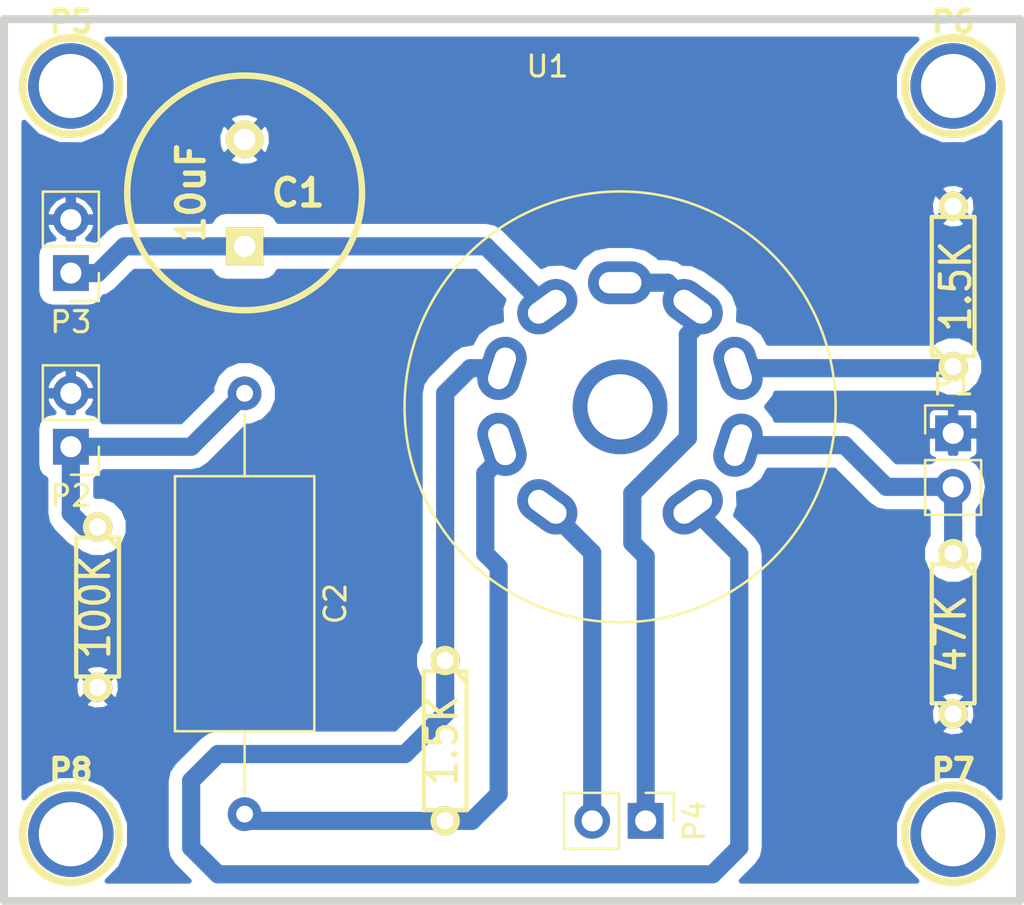
<source format=kicad_pcb>
(kicad_pcb (version 20171130) (host pcbnew "(2017-12-14 revision b47a06e)-master")

  (general
    (thickness 1.6002)
    (drawings 4)
    (tracks 49)
    (zones 0)
    (modules 15)
    (nets 14)
  )

  (page A4)
  (layers
    (0 Dessus signal)
    (31 Dessous signal)
    (32 B.Adhes user)
    (33 F.Adhes user)
    (34 B.Paste user)
    (35 F.Paste user)
    (36 B.SilkS user)
    (37 F.SilkS user)
    (38 B.Mask user)
    (39 F.Mask user)
    (40 Dwgs.User user)
    (41 Cmts.User user)
    (42 Eco1.User user)
    (43 Eco2.User user)
    (44 Edge.Cuts user)
    (46 B.CrtYd user)
    (47 F.CrtYd user)
    (48 B.Fab user)
    (49 F.Fab user)
  )

  (setup
    (last_trace_width 0.8636)
    (user_trace_width 1)
    (user_trace_width 2)
    (user_trace_width 3)
    (trace_clearance 0.508)
    (zone_clearance 0.635)
    (zone_45_only no)
    (trace_min 0.154)
    (segment_width 0.381)
    (edge_width 0.381)
    (via_size 1.905)
    (via_drill 0.635)
    (via_min_size 0.889)
    (via_min_drill 0.508)
    (user_via 2 1)
    (user_via 3 2)
    (uvia_size 0.508)
    (uvia_drill 0.127)
    (uvias_allowed no)
    (uvia_min_size 0.508)
    (uvia_min_drill 0.127)
    (pcb_text_width 0.3048)
    (pcb_text_size 1.524 2.032)
    (mod_edge_width 0.381)
    (mod_text_size 1.524 1.524)
    (mod_text_width 0.3048)
    (pad_size 4.064 4.064)
    (pad_drill 3.048)
    (pad_to_mask_clearance 0.1)
    (aux_axis_origin 0 0)
    (visible_elements 7FFFFFFF)
    (pcbplotparams
      (layerselection 0x00030_80000001)
      (usegerberextensions true)
      (usegerberattributes false)
      (usegerberadvancedattributes false)
      (creategerberjobfile false)
      (excludeedgelayer true)
      (linewidth 0.150000)
      (plotframeref false)
      (viasonmask false)
      (mode 1)
      (useauxorigin false)
      (hpglpennumber 1)
      (hpglpenspeed 20)
      (hpglpendiameter 15)
      (psnegative false)
      (psa4output false)
      (plotreference true)
      (plotvalue true)
      (plotinvisibletext false)
      (padsonsilk false)
      (subtractmaskfromsilk false)
      (outputformat 1)
      (mirror false)
      (drillshape 1)
      (scaleselection 1)
      (outputdirectory ""))
  )

  (net 0 "")
  (net 1 GND)
  (net 2 "Net-(C1-Pad1)")
  (net 3 "Net-(C2-Pad1)")
  (net 4 "Net-(C2-Pad2)")
  (net 5 "Net-(P1-Pad2)")
  (net 6 "Net-(P4-Pad1)")
  (net 7 "Net-(P4-Pad2)")
  (net 8 "Net-(R1-Pad1)")
  (net 9 "Net-(R2-Pad1)")
  (net 10 "Net-(P5-Pad1)")
  (net 11 "Net-(P6-Pad1)")
  (net 12 "Net-(P7-Pad1)")
  (net 13 "Net-(P8-Pad1)")

  (net_class Default "Ceci est la Netclass par défaut"
    (clearance 0.508)
    (trace_width 0.8636)
    (via_dia 1.905)
    (via_drill 0.635)
    (uvia_dia 0.508)
    (uvia_drill 0.127)
    (add_net GND)
    (add_net "Net-(C1-Pad1)")
    (add_net "Net-(C2-Pad1)")
    (add_net "Net-(C2-Pad2)")
    (add_net "Net-(P1-Pad2)")
    (add_net "Net-(P4-Pad1)")
    (add_net "Net-(P4-Pad2)")
    (add_net "Net-(P5-Pad1)")
    (add_net "Net-(P6-Pad1)")
    (add_net "Net-(P7-Pad1)")
    (add_net "Net-(P8-Pad1)")
    (add_net "Net-(R1-Pad1)")
    (add_net "Net-(R2-Pad1)")
  )

  (module connect:1pin (layer Dessus) (tedit 5A325A26) (tstamp 54A583DE)
    (at 123.19 129.54)
    (descr "module 1 pin (ou trou mecanique de percage)")
    (tags DEV)
    (path /54A58391)
    (fp_text reference P8 (at 0 -3.048) (layer F.SilkS)
      (effects (font (size 1.016 1.016) (thickness 0.254)))
    )
    (fp_text value CONN_1 (at 0 2.794) (layer F.SilkS) hide
      (effects (font (size 1.016 1.016) (thickness 0.254)))
    )
    (fp_circle (center 0 0) (end 0 -2.286) (layer F.SilkS) (width 0.381))
    (fp_circle (center 0 0) (end 3 0) (layer F.CrtYd) (width 0.15))
    (fp_circle (center 0 0) (end 3 0) (layer B.CrtYd) (width 0.15))
    (pad 1 thru_hole circle (at 0 0) (size 4.064 4.064) (drill 3.048) (layers *.Cu *.Mask)
      (net 13 "Net-(P8-Pad1)"))
  )

  (module connect:1pin (layer Dessus) (tedit 5A325A0B) (tstamp 54A583DA)
    (at 165.1 129.54)
    (descr "module 1 pin (ou trou mecanique de percage)")
    (tags DEV)
    (path /54A5837A)
    (fp_text reference P7 (at 0 -3.048) (layer F.SilkS)
      (effects (font (size 1.016 1.016) (thickness 0.254)))
    )
    (fp_text value CONN_1 (at 0 2.794) (layer F.SilkS) hide
      (effects (font (size 1.016 1.016) (thickness 0.254)))
    )
    (fp_circle (center 0 0) (end 0 -2.286) (layer F.SilkS) (width 0.381))
    (fp_circle (center 0 0) (end 3 0) (layer F.CrtYd) (width 0.15))
    (fp_circle (center 0 0) (end 3 0) (layer B.CrtYd) (width 0.15))
    (pad 1 thru_hole circle (at 0 0) (size 4.064 4.064) (drill 3.048) (layers *.Cu *.Mask)
      (net 12 "Net-(P7-Pad1)"))
  )

  (module connect:1pin (layer Dessus) (tedit 5A325A37) (tstamp 54A583D6)
    (at 165.1 93.98)
    (descr "module 1 pin (ou trou mecanique de percage)")
    (tags DEV)
    (path /54A58363)
    (fp_text reference P6 (at 0 -3.048) (layer F.SilkS)
      (effects (font (size 1.016 1.016) (thickness 0.254)))
    )
    (fp_text value CONN_1 (at 0 2.794) (layer F.SilkS) hide
      (effects (font (size 1.016 1.016) (thickness 0.254)))
    )
    (fp_circle (center 0 0) (end 0 -2.286) (layer F.SilkS) (width 0.381))
    (fp_circle (center 0 0) (end 3 0) (layer F.CrtYd) (width 0.15))
    (fp_circle (center 0 0) (end 3 0) (layer B.CrtYd) (width 0.15))
    (pad 1 thru_hole circle (at 0 0) (size 4.064 4.064) (drill 3.048) (layers *.Cu *.Mask)
      (net 11 "Net-(P6-Pad1)"))
  )

  (module connect:1pin (layer Dessus) (tedit 5A325A31) (tstamp 54A583D2)
    (at 123.19 93.98)
    (descr "module 1 pin (ou trou mecanique de percage)")
    (tags DEV)
    (path /54A5830A)
    (fp_text reference P5 (at 0 -3.048) (layer F.SilkS)
      (effects (font (size 1.016 1.016) (thickness 0.254)))
    )
    (fp_text value CONN_1 (at 0 2.794) (layer F.SilkS) hide
      (effects (font (size 1.016 1.016) (thickness 0.254)))
    )
    (fp_circle (center 0 0) (end 0 -2.286) (layer F.SilkS) (width 0.381))
    (fp_circle (center 0 0) (end 3 0.2) (layer F.CrtYd) (width 0.15))
    (fp_circle (center 0 0) (end 3 0) (layer B.CrtYd) (width 0.15))
    (pad 1 thru_hole circle (at 0 0) (size 4.064 4.064) (drill 3.048) (layers *.Cu *.Mask)
      (net 10 "Net-(P5-Pad1)"))
  )

  (module Connector_PinHeader_2.54mm:PinHeader_1x02_P2.54mm_Vertical (layer Dessus) (tedit 59FED5CC) (tstamp 5A38C77F)
    (at 165.1 110.49)
    (descr "Through hole straight pin header, 1x02, 2.54mm pitch, single row")
    (tags "Through hole pin header THT 1x02 2.54mm single row")
    (path /4549F464)
    (fp_text reference P1 (at 0 -2.33) (layer F.SilkS)
      (effects (font (size 1 1) (thickness 0.15)))
    )
    (fp_text value IN (at 0 4.87) (layer F.Fab)
      (effects (font (size 1 1) (thickness 0.15)))
    )
    (fp_line (start -0.635 -1.27) (end 1.27 -1.27) (layer F.Fab) (width 0.1))
    (fp_line (start 1.27 -1.27) (end 1.27 3.81) (layer F.Fab) (width 0.1))
    (fp_line (start 1.27 3.81) (end -1.27 3.81) (layer F.Fab) (width 0.1))
    (fp_line (start -1.27 3.81) (end -1.27 -0.635) (layer F.Fab) (width 0.1))
    (fp_line (start -1.27 -0.635) (end -0.635 -1.27) (layer F.Fab) (width 0.1))
    (fp_line (start -1.33 3.87) (end 1.33 3.87) (layer F.SilkS) (width 0.12))
    (fp_line (start -1.33 1.27) (end -1.33 3.87) (layer F.SilkS) (width 0.12))
    (fp_line (start 1.33 1.27) (end 1.33 3.87) (layer F.SilkS) (width 0.12))
    (fp_line (start -1.33 1.27) (end 1.33 1.27) (layer F.SilkS) (width 0.12))
    (fp_line (start -1.33 0) (end -1.33 -1.33) (layer F.SilkS) (width 0.12))
    (fp_line (start -1.33 -1.33) (end 0 -1.33) (layer F.SilkS) (width 0.12))
    (fp_line (start -1.8 -1.8) (end -1.8 4.35) (layer F.CrtYd) (width 0.05))
    (fp_line (start -1.8 4.35) (end 1.8 4.35) (layer F.CrtYd) (width 0.05))
    (fp_line (start 1.8 4.35) (end 1.8 -1.8) (layer F.CrtYd) (width 0.05))
    (fp_line (start 1.8 -1.8) (end -1.8 -1.8) (layer F.CrtYd) (width 0.05))
    (fp_text user %R (at 0 1.27 90) (layer F.Fab)
      (effects (font (size 1 1) (thickness 0.15)))
    )
    (pad 1 thru_hole rect (at 0 0) (size 1.7 1.7) (drill 1) (layers *.Cu *.Mask)
      (net 1 GND))
    (pad 2 thru_hole oval (at 0 2.54) (size 1.7 1.7) (drill 1) (layers *.Cu *.Mask)
      (net 5 "Net-(P1-Pad2)"))
    (model ${KISYS3DMOD}/Connector_PinHeader_2.54mm.3dshapes/PinHeader_1x02_P2.54mm_Vertical.wrl
      (at (xyz 0 0 0))
      (scale (xyz 1 1 1))
      (rotate (xyz 0 0 0))
    )
  )

  (module Connector_PinHeader_2.54mm:PinHeader_1x02_P2.54mm_Vertical (layer Dessus) (tedit 59FED5CC) (tstamp 5A38C89B)
    (at 150.495 128.905 270)
    (descr "Through hole straight pin header, 1x02, 2.54mm pitch, single row")
    (tags "Through hole pin header THT 1x02 2.54mm single row")
    (path /456A8ACC)
    (fp_text reference P4 (at 0 -2.33 270) (layer F.SilkS)
      (effects (font (size 1 1) (thickness 0.15)))
    )
    (fp_text value CONN_2 (at 0 4.87 270) (layer F.Fab)
      (effects (font (size 1 1) (thickness 0.15)))
    )
    (fp_line (start -0.635 -1.27) (end 1.27 -1.27) (layer F.Fab) (width 0.1))
    (fp_line (start 1.27 -1.27) (end 1.27 3.81) (layer F.Fab) (width 0.1))
    (fp_line (start 1.27 3.81) (end -1.27 3.81) (layer F.Fab) (width 0.1))
    (fp_line (start -1.27 3.81) (end -1.27 -0.635) (layer F.Fab) (width 0.1))
    (fp_line (start -1.27 -0.635) (end -0.635 -1.27) (layer F.Fab) (width 0.1))
    (fp_line (start -1.33 3.87) (end 1.33 3.87) (layer F.SilkS) (width 0.12))
    (fp_line (start -1.33 1.27) (end -1.33 3.87) (layer F.SilkS) (width 0.12))
    (fp_line (start 1.33 1.27) (end 1.33 3.87) (layer F.SilkS) (width 0.12))
    (fp_line (start -1.33 1.27) (end 1.33 1.27) (layer F.SilkS) (width 0.12))
    (fp_line (start -1.33 0) (end -1.33 -1.33) (layer F.SilkS) (width 0.12))
    (fp_line (start -1.33 -1.33) (end 0 -1.33) (layer F.SilkS) (width 0.12))
    (fp_line (start -1.8 -1.8) (end -1.8 4.35) (layer F.CrtYd) (width 0.05))
    (fp_line (start -1.8 4.35) (end 1.8 4.35) (layer F.CrtYd) (width 0.05))
    (fp_line (start 1.8 4.35) (end 1.8 -1.8) (layer F.CrtYd) (width 0.05))
    (fp_line (start 1.8 -1.8) (end -1.8 -1.8) (layer F.CrtYd) (width 0.05))
    (fp_text user %R (at 0 1.27) (layer F.Fab)
      (effects (font (size 1 1) (thickness 0.15)))
    )
    (pad 1 thru_hole rect (at 0 0 270) (size 1.7 1.7) (drill 1) (layers *.Cu *.Mask)
      (net 6 "Net-(P4-Pad1)"))
    (pad 2 thru_hole oval (at 0 2.54 270) (size 1.7 1.7) (drill 1) (layers *.Cu *.Mask)
      (net 7 "Net-(P4-Pad2)"))
    (model ${KISYS3DMOD}/Connector_PinHeader_2.54mm.3dshapes/PinHeader_1x02_P2.54mm_Vertical.wrl
      (at (xyz 0 0 0))
      (scale (xyz 1 1 1))
      (rotate (xyz 0 0 0))
    )
  )

  (module Connector_PinHeader_2.54mm:PinHeader_1x02_P2.54mm_Vertical (layer Dessus) (tedit 59FED5CC) (tstamp 5A3805EE)
    (at 123.19 102.87 180)
    (descr "Through hole straight pin header, 1x02, 2.54mm pitch, single row")
    (tags "Through hole pin header THT 1x02 2.54mm single row")
    (path /4549F4A5)
    (fp_text reference P3 (at 0 -2.33 180) (layer F.SilkS)
      (effects (font (size 1 1) (thickness 0.15)))
    )
    (fp_text value POWER (at 0 4.87 180) (layer F.Fab)
      (effects (font (size 1 1) (thickness 0.15)))
    )
    (fp_text user %R (at 0 1.27 270) (layer F.Fab)
      (effects (font (size 1 1) (thickness 0.15)))
    )
    (fp_line (start 1.8 -1.8) (end -1.8 -1.8) (layer F.CrtYd) (width 0.05))
    (fp_line (start 1.8 4.35) (end 1.8 -1.8) (layer F.CrtYd) (width 0.05))
    (fp_line (start -1.8 4.35) (end 1.8 4.35) (layer F.CrtYd) (width 0.05))
    (fp_line (start -1.8 -1.8) (end -1.8 4.35) (layer F.CrtYd) (width 0.05))
    (fp_line (start -1.33 -1.33) (end 0 -1.33) (layer F.SilkS) (width 0.12))
    (fp_line (start -1.33 0) (end -1.33 -1.33) (layer F.SilkS) (width 0.12))
    (fp_line (start -1.33 1.27) (end 1.33 1.27) (layer F.SilkS) (width 0.12))
    (fp_line (start 1.33 1.27) (end 1.33 3.87) (layer F.SilkS) (width 0.12))
    (fp_line (start -1.33 1.27) (end -1.33 3.87) (layer F.SilkS) (width 0.12))
    (fp_line (start -1.33 3.87) (end 1.33 3.87) (layer F.SilkS) (width 0.12))
    (fp_line (start -1.27 -0.635) (end -0.635 -1.27) (layer F.Fab) (width 0.1))
    (fp_line (start -1.27 3.81) (end -1.27 -0.635) (layer F.Fab) (width 0.1))
    (fp_line (start 1.27 3.81) (end -1.27 3.81) (layer F.Fab) (width 0.1))
    (fp_line (start 1.27 -1.27) (end 1.27 3.81) (layer F.Fab) (width 0.1))
    (fp_line (start -0.635 -1.27) (end 1.27 -1.27) (layer F.Fab) (width 0.1))
    (pad 2 thru_hole oval (at 0 2.54 180) (size 1.7 1.7) (drill 1) (layers *.Cu *.Mask)
      (net 1 GND))
    (pad 1 thru_hole rect (at 0 0 180) (size 1.7 1.7) (drill 1) (layers *.Cu *.Mask)
      (net 2 "Net-(C1-Pad1)"))
    (model ${KISYS3DMOD}/Connector_PinHeader_2.54mm.3dshapes/PinHeader_1x02_P2.54mm_Vertical.wrl
      (at (xyz 0 0 0))
      (scale (xyz 1 1 1))
      (rotate (xyz 0 0 0))
    )
  )

  (module Connector_PinHeader_2.54mm:PinHeader_1x02_P2.54mm_Vertical (layer Dessus) (tedit 59FED5CC) (tstamp 5A3805D9)
    (at 123.19 111.125 180)
    (descr "Through hole straight pin header, 1x02, 2.54mm pitch, single row")
    (tags "Through hole pin header THT 1x02 2.54mm single row")
    (path /4549F46C)
    (fp_text reference P2 (at 0 -2.33 180) (layer F.SilkS)
      (effects (font (size 1 1) (thickness 0.15)))
    )
    (fp_text value OUT (at 0 4.87 180) (layer F.Fab)
      (effects (font (size 1 1) (thickness 0.15)))
    )
    (fp_line (start -0.635 -1.27) (end 1.27 -1.27) (layer F.Fab) (width 0.1))
    (fp_line (start 1.27 -1.27) (end 1.27 3.81) (layer F.Fab) (width 0.1))
    (fp_line (start 1.27 3.81) (end -1.27 3.81) (layer F.Fab) (width 0.1))
    (fp_line (start -1.27 3.81) (end -1.27 -0.635) (layer F.Fab) (width 0.1))
    (fp_line (start -1.27 -0.635) (end -0.635 -1.27) (layer F.Fab) (width 0.1))
    (fp_line (start -1.33 3.87) (end 1.33 3.87) (layer F.SilkS) (width 0.12))
    (fp_line (start -1.33 1.27) (end -1.33 3.87) (layer F.SilkS) (width 0.12))
    (fp_line (start 1.33 1.27) (end 1.33 3.87) (layer F.SilkS) (width 0.12))
    (fp_line (start -1.33 1.27) (end 1.33 1.27) (layer F.SilkS) (width 0.12))
    (fp_line (start -1.33 0) (end -1.33 -1.33) (layer F.SilkS) (width 0.12))
    (fp_line (start -1.33 -1.33) (end 0 -1.33) (layer F.SilkS) (width 0.12))
    (fp_line (start -1.8 -1.8) (end -1.8 4.35) (layer F.CrtYd) (width 0.05))
    (fp_line (start -1.8 4.35) (end 1.8 4.35) (layer F.CrtYd) (width 0.05))
    (fp_line (start 1.8 4.35) (end 1.8 -1.8) (layer F.CrtYd) (width 0.05))
    (fp_line (start 1.8 -1.8) (end -1.8 -1.8) (layer F.CrtYd) (width 0.05))
    (fp_text user %R (at 0 1.27 270) (layer F.Fab)
      (effects (font (size 1 1) (thickness 0.15)))
    )
    (pad 1 thru_hole rect (at 0 0 180) (size 1.7 1.7) (drill 1) (layers *.Cu *.Mask)
      (net 3 "Net-(C2-Pad1)"))
    (pad 2 thru_hole oval (at 0 2.54 180) (size 1.7 1.7) (drill 1) (layers *.Cu *.Mask)
      (net 1 GND))
    (model ${KISYS3DMOD}/Connector_PinHeader_2.54mm.3dshapes/PinHeader_1x02_P2.54mm_Vertical.wrl
      (at (xyz 0 0 0))
      (scale (xyz 1 1 1))
      (rotate (xyz 0 0 0))
    )
  )

  (module Capacitors_THT:C_Axial_L12.0mm_D6.5mm_P20.00mm_Horizontal (layer Dessus) (tedit 5A142A3B) (tstamp 5A34CCF9)
    (at 131.445 108.585 270)
    (descr "C, Axial series, Axial, Horizontal, pin pitch=20mm, http://cdn-reichelt.de/documents/datenblatt/B300/STYROFLEX.pdf")
    (tags "C Axial series Axial Horizontal pin pitch 20mm  length 12mm diameter 6.5mm")
    (path /4549F3BE)
    (fp_text reference C2 (at 10 -4.31 270) (layer F.SilkS)
      (effects (font (size 1 1) (thickness 0.15)))
    )
    (fp_text value 680nF (at 10 4.31 270) (layer F.Fab)
      (effects (font (size 1 1) (thickness 0.15)))
    )
    (fp_line (start 4 -3.25) (end 4 3.25) (layer F.Fab) (width 0.1))
    (fp_line (start 4 3.25) (end 16 3.25) (layer F.Fab) (width 0.1))
    (fp_line (start 16 3.25) (end 16 -3.25) (layer F.Fab) (width 0.1))
    (fp_line (start 16 -3.25) (end 4 -3.25) (layer F.Fab) (width 0.1))
    (fp_line (start 0 0) (end 4 0) (layer F.Fab) (width 0.1))
    (fp_line (start 20 0) (end 16 0) (layer F.Fab) (width 0.1))
    (fp_line (start 3.94 -3.31) (end 3.94 3.31) (layer F.SilkS) (width 0.12))
    (fp_line (start 3.94 3.31) (end 16.06 3.31) (layer F.SilkS) (width 0.12))
    (fp_line (start 16.06 3.31) (end 16.06 -3.31) (layer F.SilkS) (width 0.12))
    (fp_line (start 16.06 -3.31) (end 3.94 -3.31) (layer F.SilkS) (width 0.12))
    (fp_line (start 0.98 0) (end 3.94 0) (layer F.SilkS) (width 0.12))
    (fp_line (start 19.02 0) (end 16.06 0) (layer F.SilkS) (width 0.12))
    (fp_line (start -1.05 -3.6) (end -1.05 3.6) (layer F.CrtYd) (width 0.05))
    (fp_line (start -1.05 3.6) (end 21.05 3.6) (layer F.CrtYd) (width 0.05))
    (fp_line (start 21.05 3.6) (end 21.05 -3.6) (layer F.CrtYd) (width 0.05))
    (fp_line (start 21.05 -3.6) (end -1.05 -3.6) (layer F.CrtYd) (width 0.05))
    (fp_text user %R (at 10 0 270) (layer F.Fab)
      (effects (font (size 1 1) (thickness 0.15)))
    )
    (pad 1 thru_hole circle (at 0 0 270) (size 1.6 1.6) (drill 0.8) (layers *.Cu *.Mask)
      (net 3 "Net-(C2-Pad1)"))
    (pad 2 thru_hole oval (at 20 0 270) (size 1.6 1.6) (drill 0.8) (layers *.Cu *.Mask)
      (net 4 "Net-(C2-Pad2)"))
    (model ${KISYS3DMOD}/Capacitor_THT.3dshapes/C_Axial_L12.0mm_D6.5mm_P20.00mm_Horizontal.wrl
      (at (xyz 0 0 0))
      (scale (xyz 1 1 1))
      (rotate (xyz 0 0 0))
    )
  )

  (module Valve:Valve_ECC-83-2 (layer Dessus) (tedit 5A3250E4) (tstamp 54A5A6B2)
    (at 149.28 109.23)
    (descr "Valve ECC-83-2 flat pins")
    (tags "Valve ECC-83-2 flat pins")
    (path /48B4F266)
    (fp_text reference U1 (at -3.45 -16.18) (layer F.SilkS)
      (effects (font (size 1 1) (thickness 0.15)))
    )
    (fp_text value ECC83 (at -3.45 6.68) (layer F.Fab)
      (effects (font (size 1 1) (thickness 0.15)))
    )
    (fp_circle (center 0 0) (end 10.16 1.27) (layer F.SilkS) (width 0.12))
    (fp_circle (center 0 0) (end 0 -10.5) (layer F.CrtYd) (width 0.05))
    (fp_circle (center 0 0) (end 0 -10.25) (layer F.Fab) (width 0.1))
    (fp_text user %R (at 0 -8.5) (layer F.Fab)
      (effects (font (size 1 1) (thickness 0.15)))
    )
    (pad "" thru_hole circle (at 0 0) (size 4.5 4.5) (drill 3.1) (layers *.Cu *.Mask))
    (pad 9 thru_hole oval (at -3.46 4.75 54) (size 2.03 3.05) (drill oval 1.02 2.03) (layers *.Cu *.Mask)
      (net 7 "Net-(P4-Pad2)"))
    (pad 8 thru_hole oval (at -5.61 1.78 18) (size 2.03 3.05) (drill oval 1.02 2.03) (layers *.Cu *.Mask)
      (net 4 "Net-(C2-Pad2)"))
    (pad 7 thru_hole oval (at -5.61 -1.83 342) (size 2.03 3.05) (drill oval 1.02 2.03) (layers *.Cu *.Mask)
      (net 8 "Net-(R1-Pad1)"))
    (pad 6 thru_hole oval (at -3.46 -4.76 306) (size 2.03 3.05) (drill oval 1.02 2.03) (layers *.Cu *.Mask)
      (net 2 "Net-(C1-Pad1)"))
    (pad 5 thru_hole oval (at 0 -5.9 90) (size 2.03 3.05) (drill oval 1.02 2.03) (layers *.Cu *.Mask)
      (net 6 "Net-(P4-Pad1)"))
    (pad 4 thru_hole oval (at 3.45 -4.76 54) (size 2.03 3.05) (drill oval 1.02 2.03) (layers *.Cu *.Mask)
      (net 6 "Net-(P4-Pad1)"))
    (pad 3 thru_hole oval (at 5.6 -1.83 18) (size 2.03 3.05) (drill oval 1.02 2.03) (layers *.Cu *.Mask)
      (net 9 "Net-(R2-Pad1)"))
    (pad 2 thru_hole oval (at 5.6 1.82 342) (size 2.03 3.05) (drill oval 1.02 2.03) (layers *.Cu *.Mask)
      (net 5 "Net-(P1-Pad2)"))
    (pad 1 thru_hole oval (at 3.45 4.75 306) (size 2.03 3.05) (drill oval 1.02 2.03) (layers *.Cu *.Mask)
      (net 8 "Net-(R1-Pad1)"))
    (model ${KISYS3DMOD}/Valve.3dshapes/Valve-ECC-83-2.wrl
      (at (xyz 0 0 0))
      (scale (xyz 1 1 1))
      (rotate (xyz 0 0 0))
    )
  )

  (module discret:C2V10 (layer Dessus) (tedit 54A58223) (tstamp 54A58357)
    (at 131.445 99.06 90)
    (descr "Condensateur polarise")
    (tags CP)
    (path /4549F4BE)
    (fp_text reference C1 (at 0 2.54 180) (layer F.SilkS)
      (effects (font (size 1.27 1.27) (thickness 0.254)))
    )
    (fp_text value 10uF (at 0 -2.54 90) (layer F.SilkS)
      (effects (font (size 1.27 1.27) (thickness 0.254)))
    )
    (fp_circle (center 0 0) (end 4.826 -2.794) (layer F.SilkS) (width 0.3048))
    (pad 1 thru_hole rect (at -2.54 0 90) (size 1.778 1.778) (drill 1.016) (layers *.Cu *.Mask F.SilkS)
      (net 2 "Net-(C1-Pad1)"))
    (pad 2 thru_hole circle (at 2.54 0 90) (size 1.778 1.778) (drill 1.016) (layers *.Cu *.Mask F.SilkS)
      (net 1 GND))
    (model Discret.3dshapes/C2V10.wrl
      (at (xyz 0 0 0))
      (scale (xyz 1 1 1))
      (rotate (xyz 0 0 0))
    )
  )

  (module discret:R3 (layer Dessus) (tedit 54A58223) (tstamp 54A58389)
    (at 140.97 125.095 270)
    (descr "Resitance 3 pas")
    (tags R)
    (path /4549F38A)
    (autoplace_cost180 10)
    (fp_text reference R1 (at 0 0.127 270) (layer F.SilkS) hide
      (effects (font (size 1.397 1.27) (thickness 0.2032)))
    )
    (fp_text value 1.5K (at 0 0.127 270) (layer F.SilkS)
      (effects (font (size 1.397 1.27) (thickness 0.2032)))
    )
    (fp_line (start -3.81 0) (end -3.302 0) (layer F.SilkS) (width 0.2032))
    (fp_line (start 3.81 0) (end 3.302 0) (layer F.SilkS) (width 0.2032))
    (fp_line (start 3.302 0) (end 3.302 -1.016) (layer F.SilkS) (width 0.2032))
    (fp_line (start 3.302 -1.016) (end -3.302 -1.016) (layer F.SilkS) (width 0.2032))
    (fp_line (start -3.302 -1.016) (end -3.302 1.016) (layer F.SilkS) (width 0.2032))
    (fp_line (start -3.302 1.016) (end 3.302 1.016) (layer F.SilkS) (width 0.2032))
    (fp_line (start 3.302 1.016) (end 3.302 0) (layer F.SilkS) (width 0.2032))
    (fp_line (start -3.302 -0.508) (end -2.794 -1.016) (layer F.SilkS) (width 0.2032))
    (pad 1 thru_hole circle (at -3.81 0 270) (size 1.397 1.397) (drill 0.8128) (layers *.Cu *.Mask F.SilkS)
      (net 8 "Net-(R1-Pad1)"))
    (pad 2 thru_hole circle (at 3.81 0 270) (size 1.397 1.397) (drill 0.8128) (layers *.Cu *.Mask F.SilkS)
      (net 4 "Net-(C2-Pad2)"))
    (model Discret.3dshapes/R3.wrl
      (at (xyz 0 0 0))
      (scale (xyz 0.3 0.3 0.3))
      (rotate (xyz 0 0 0))
    )
  )

  (module discret:R3 (layer Dessus) (tedit 54A58223) (tstamp 54A5838E)
    (at 165.1 103.505 90)
    (descr "Resitance 3 pas")
    (tags R)
    (path /4549F39D)
    (autoplace_cost180 10)
    (fp_text reference R2 (at 0 0.127 90) (layer F.SilkS) hide
      (effects (font (size 1.397 1.27) (thickness 0.2032)))
    )
    (fp_text value 1.5K (at 0 0.127 90) (layer F.SilkS)
      (effects (font (size 1.397 1.27) (thickness 0.2032)))
    )
    (fp_line (start -3.81 0) (end -3.302 0) (layer F.SilkS) (width 0.2032))
    (fp_line (start 3.81 0) (end 3.302 0) (layer F.SilkS) (width 0.2032))
    (fp_line (start 3.302 0) (end 3.302 -1.016) (layer F.SilkS) (width 0.2032))
    (fp_line (start 3.302 -1.016) (end -3.302 -1.016) (layer F.SilkS) (width 0.2032))
    (fp_line (start -3.302 -1.016) (end -3.302 1.016) (layer F.SilkS) (width 0.2032))
    (fp_line (start -3.302 1.016) (end 3.302 1.016) (layer F.SilkS) (width 0.2032))
    (fp_line (start 3.302 1.016) (end 3.302 0) (layer F.SilkS) (width 0.2032))
    (fp_line (start -3.302 -0.508) (end -2.794 -1.016) (layer F.SilkS) (width 0.2032))
    (pad 1 thru_hole circle (at -3.81 0 90) (size 1.397 1.397) (drill 0.8128) (layers *.Cu *.Mask F.SilkS)
      (net 9 "Net-(R2-Pad1)"))
    (pad 2 thru_hole circle (at 3.81 0 90) (size 1.397 1.397) (drill 0.8128) (layers *.Cu *.Mask F.SilkS)
      (net 1 GND))
    (model Discret.3dshapes/R3.wrl
      (at (xyz 0 0 0))
      (scale (xyz 0.3 0.3 0.3))
      (rotate (xyz 0 0 0))
    )
  )

  (module discret:R3 (layer Dessus) (tedit 54A58223) (tstamp 54A58393)
    (at 124.46 118.745 270)
    (descr "Resitance 3 pas")
    (tags R)
    (path /4549F3AD)
    (autoplace_cost180 10)
    (fp_text reference R3 (at 0 0.127 270) (layer F.SilkS) hide
      (effects (font (size 1.397 1.27) (thickness 0.2032)))
    )
    (fp_text value 100K (at 0 0.127 270) (layer F.SilkS)
      (effects (font (size 1.397 1.27) (thickness 0.2032)))
    )
    (fp_line (start -3.81 0) (end -3.302 0) (layer F.SilkS) (width 0.2032))
    (fp_line (start 3.81 0) (end 3.302 0) (layer F.SilkS) (width 0.2032))
    (fp_line (start 3.302 0) (end 3.302 -1.016) (layer F.SilkS) (width 0.2032))
    (fp_line (start 3.302 -1.016) (end -3.302 -1.016) (layer F.SilkS) (width 0.2032))
    (fp_line (start -3.302 -1.016) (end -3.302 1.016) (layer F.SilkS) (width 0.2032))
    (fp_line (start -3.302 1.016) (end 3.302 1.016) (layer F.SilkS) (width 0.2032))
    (fp_line (start 3.302 1.016) (end 3.302 0) (layer F.SilkS) (width 0.2032))
    (fp_line (start -3.302 -0.508) (end -2.794 -1.016) (layer F.SilkS) (width 0.2032))
    (pad 1 thru_hole circle (at -3.81 0 270) (size 1.397 1.397) (drill 0.8128) (layers *.Cu *.Mask F.SilkS)
      (net 3 "Net-(C2-Pad1)"))
    (pad 2 thru_hole circle (at 3.81 0 270) (size 1.397 1.397) (drill 0.8128) (layers *.Cu *.Mask F.SilkS)
      (net 1 GND))
    (model Discret.3dshapes/R3.wrl
      (at (xyz 0 0 0))
      (scale (xyz 0.3 0.3 0.3))
      (rotate (xyz 0 0 0))
    )
  )

  (module discret:R3 (layer Dessus) (tedit 54A58223) (tstamp 54A58398)
    (at 165.1 120.015 270)
    (descr "Resitance 3 pas")
    (tags R)
    (path /4549F3A2)
    (autoplace_cost180 10)
    (fp_text reference R4 (at 0 0.127 270) (layer F.SilkS) hide
      (effects (font (size 1.397 1.27) (thickness 0.2032)))
    )
    (fp_text value 47K (at 0 0.127 270) (layer F.SilkS)
      (effects (font (size 1.397 1.27) (thickness 0.2032)))
    )
    (fp_line (start -3.81 0) (end -3.302 0) (layer F.SilkS) (width 0.2032))
    (fp_line (start 3.81 0) (end 3.302 0) (layer F.SilkS) (width 0.2032))
    (fp_line (start 3.302 0) (end 3.302 -1.016) (layer F.SilkS) (width 0.2032))
    (fp_line (start 3.302 -1.016) (end -3.302 -1.016) (layer F.SilkS) (width 0.2032))
    (fp_line (start -3.302 -1.016) (end -3.302 1.016) (layer F.SilkS) (width 0.2032))
    (fp_line (start -3.302 1.016) (end 3.302 1.016) (layer F.SilkS) (width 0.2032))
    (fp_line (start 3.302 1.016) (end 3.302 0) (layer F.SilkS) (width 0.2032))
    (fp_line (start -3.302 -0.508) (end -2.794 -1.016) (layer F.SilkS) (width 0.2032))
    (pad 1 thru_hole circle (at -3.81 0 270) (size 1.397 1.397) (drill 0.8128) (layers *.Cu *.Mask F.SilkS)
      (net 5 "Net-(P1-Pad2)"))
    (pad 2 thru_hole circle (at 3.81 0 270) (size 1.397 1.397) (drill 0.8128) (layers *.Cu *.Mask F.SilkS)
      (net 1 GND))
    (model Discret.3dshapes/R3.wrl
      (at (xyz 0 0 0))
      (scale (xyz 0.3 0.3 0.3))
      (rotate (xyz 0 0 0))
    )
  )

  (gr_line (start 168.275 132.715) (end 120.015 132.715) (angle 90) (layer Edge.Cuts) (width 0.381))
  (gr_line (start 168.275 90.805) (end 120.015 90.805) (angle 90) (layer Edge.Cuts) (width 0.381))
  (gr_line (start 168.275 90.805) (end 168.275 132.715) (angle 90) (layer Edge.Cuts) (width 0.381))
  (gr_line (start 120.015 90.805) (end 120.015 132.715) (angle 90) (layer Edge.Cuts) (width 0.381))

  (segment (start 165.1 123.825) (end 165.354 123.825) (width 0.8636) (layer Dessous) (net 1) (status 30))
  (segment (start 125.73 101.6) (end 131.445 101.6) (width 0.8636) (layer Dessous) (net 2) (status 420))
  (segment (start 123.19 102.87) (end 124.46 102.87) (width 0.8636) (layer Dessous) (net 2) (status 810))
  (segment (start 142.90548 101.6) (end 145.7706 104.46512) (width 0.8636) (layer Dessous) (net 2) (status 420))
  (segment (start 131.445 101.6) (end 142.90548 101.6) (width 0.8636) (layer Dessous) (net 2) (status 810))
  (segment (start 124.46 102.87) (end 125.73 101.6) (width 0.8636) (layer Dessous) (net 2))
  (segment (start 124.46 114.935) (end 123.825 114.935) (width 0.8636) (layer Dessous) (net 3) (status 30))
  (segment (start 123.19 114.3) (end 123.19 111.125) (width 0.8636) (layer Dessous) (net 3) (status 20))
  (segment (start 123.825 114.935) (end 123.19 114.3) (width 0.8636) (layer Dessous) (net 3) (status 10))
  (segment (start 131.445 108.585) (end 128.905 111.125) (width 0.8636) (layer Dessous) (net 3) (status 810))
  (segment (start 128.905 111.125) (end 123.19 111.125) (width 0.8636) (layer Dessous) (net 3) (tstamp 5A380672) (status 420))
  (segment (start 142.875 116.205) (end 143.51 116.84) (width 0.8636) (layer Dessous) (net 4))
  (segment (start 142.875 112.395) (end 142.875 116.205) (width 0.8636) (layer Dessous) (net 4))
  (segment (start 143.61668 111.65332) (end 142.875 112.395) (width 0.8636) (layer Dessous) (net 4) (status 10))
  (segment (start 140.97 128.905) (end 142.24 128.905) (width 0.8636) (layer Dessous) (net 4) (status 810))
  (segment (start 142.24 128.905) (end 143.51 127.635) (width 0.8636) (layer Dessous) (net 4))
  (segment (start 143.51 127.635) (end 143.51 116.84) (width 0.8636) (layer Dessous) (net 4))
  (segment (start 143.61668 111.00816) (end 143.61668 111.65332) (width 0.8636) (layer Dessous) (net 4) (status 830))
  (segment (start 131.445 128.905) (end 140.97 128.905) (width 0.8636) (layer Dessous) (net 4) (status C30))
  (segment (start 161.925 113.03) (end 165.1 113.03) (width 0.8636) (layer Dessous) (net 5) (status 420))
  (segment (start 159.9438 111.0488) (end 161.925 113.03) (width 0.8636) (layer Dessous) (net 5))
  (segment (start 165.1 113.03) (end 165.1 116.205) (width 0.8636) (layer Dessous) (net 5) (status C30))
  (segment (start 154.83332 111.0488) (end 159.9438 111.0488) (width 0.8636) (layer Dessous) (net 5) (status 810))
  (segment (start 149.86 115.697) (end 150.495 116.332) (width 0.8636) (layer Dessous) (net 6))
  (segment (start 149.225 103.3272) (end 151.54148 103.3272) (width 0.8636) (layer Dessous) (net 6) (status 10))
  (segment (start 151.54148 103.3272) (end 152.6794 104.46512) (width 0.8636) (layer Dessous) (net 6) (status 420))
  (segment (start 150.495 128.905) (end 150.495 116.332) (width 0.8636) (layer Dessous) (net 6) (status 810))
  (segment (start 149.86 113.34) (end 149.86 115.697) (width 0.8636) (layer Dessous) (net 6) (tstamp 54A5A709))
  (segment (start 152.5 110.7) (end 149.86 113.34) (width 0.8636) (layer Dessous) (net 6) (tstamp 54A5A707))
  (segment (start 152.5 105.8) (end 152.5 110.7) (width 0.8636) (layer Dessous) (net 6) (tstamp 54A5A705))
  (segment (start 152.7544 105.5456) (end 152.5 105.8) (width 0.8636) (layer Dessous) (net 6) (tstamp 54A5A703))
  (segment (start 152.7544 104.44512) (end 152.7544 105.5456) (width 0.8636) (layer Dessous) (net 6))
  (segment (start 147.955 128.905) (end 147.955 116.15928) (width 0.8636) (layer Dessous) (net 7) (status 810))
  (segment (start 147.955 116.15928) (end 145.7706 113.97488) (width 0.8636) (layer Dessous) (net 7) (status 420))
  (segment (start 153.67 131.445) (end 154.94 130.175) (width 0.8636) (layer Dessous) (net 8))
  (segment (start 130.175 131.445) (end 153.67 131.445) (width 0.8636) (layer Dessous) (net 8))
  (segment (start 128.905 130.175) (end 130.175 131.445) (width 0.8636) (layer Dessous) (net 8))
  (segment (start 128.905 127) (end 128.905 130.175) (width 0.8636) (layer Dessous) (net 8))
  (segment (start 154.94 130.175) (end 154.94 116.23548) (width 0.8636) (layer Dessous) (net 8))
  (segment (start 154.94 116.23548) (end 152.6794 113.97488) (width 0.8636) (layer Dessous) (net 8) (status 420))
  (segment (start 140.97 121.285) (end 140.97 123.825) (width 0.8636) (layer Dessous) (net 8) (status 810))
  (segment (start 142.1638 107.3912) (end 140.97 108.585) (width 0.8636) (layer Dessous) (net 8))
  (segment (start 140.97 108.585) (end 140.97 121.285) (width 0.8636) (layer Dessous) (net 8) (status 420))
  (segment (start 143.61668 107.3912) (end 142.1638 107.3912) (width 0.8636) (layer Dessous) (net 8) (status 810))
  (segment (start 130.175 125.73) (end 128.905 127) (width 0.8636) (layer Dessous) (net 8))
  (segment (start 139.065 125.73) (end 130.175 125.73) (width 0.8636) (layer Dessous) (net 8))
  (segment (start 140.97 123.825) (end 139.065 125.73) (width 0.8636) (layer Dessous) (net 8))
  (segment (start 154.83332 107.3912) (end 165.0238 107.3912) (width 0.8636) (layer Dessous) (net 9) (status 830))
  (segment (start 165.0238 107.3912) (end 165.1 107.315) (width 0.8636) (layer Dessous) (net 9) (status 430))

  (zone (net 1) (net_name GND) (layer Dessous) (tstamp 4EED96A1) (hatch edge 0.508)
    (connect_pads (clearance 0.635))
    (min_thickness 0.254)
    (fill yes (arc_segments 16) (thermal_gap 0.254) (thermal_bridge_width 0.50038))
    (polygon
      (pts
        (xy 167.64 132.08) (xy 167.64 91.44) (xy 120.65 91.44) (xy 120.65 132.08)
      )
    )
    (filled_polygon
      (pts
        (xy 162.732743 92.39526) (xy 162.306486 93.421801) (xy 162.305516 94.533323) (xy 162.729981 95.560606) (xy 163.51526 96.347257)
        (xy 164.541801 96.773514) (xy 165.653323 96.774484) (xy 166.680606 96.350019) (xy 167.3225 95.709245) (xy 167.3225 127.811617)
        (xy 166.68474 127.172743) (xy 165.658199 126.746486) (xy 164.546677 126.745516) (xy 163.519394 127.169981) (xy 162.732743 127.95526)
        (xy 162.306486 128.981801) (xy 162.305516 130.093323) (xy 162.729981 131.120606) (xy 163.370755 131.7625) (xy 155.040788 131.7625)
        (xy 155.784144 131.019144) (xy 156.042927 130.631848) (xy 156.1338 130.175) (xy 156.1338 124.617676) (xy 164.481541 124.617676)
        (xy 164.556783 124.782258) (xy 164.96446 124.917271) (xy 165.392771 124.885996) (xy 165.643217 124.782258) (xy 165.718459 124.617676)
        (xy 165.1 123.999217) (xy 164.481541 124.617676) (xy 156.1338 124.617676) (xy 156.1338 123.68946) (xy 164.007729 123.68946)
        (xy 164.039004 124.117771) (xy 164.142742 124.368217) (xy 164.307324 124.443459) (xy 164.925783 123.825) (xy 165.274217 123.825)
        (xy 165.892676 124.443459) (xy 166.057258 124.368217) (xy 166.192271 123.96054) (xy 166.160996 123.532229) (xy 166.057258 123.281783)
        (xy 165.892676 123.206541) (xy 165.274217 123.825) (xy 164.925783 123.825) (xy 164.307324 123.206541) (xy 164.142742 123.281783)
        (xy 164.007729 123.68946) (xy 156.1338 123.68946) (xy 156.1338 123.032324) (xy 164.481541 123.032324) (xy 165.1 123.650783)
        (xy 165.718459 123.032324) (xy 165.643217 122.867742) (xy 165.23554 122.732729) (xy 164.807229 122.764004) (xy 164.556783 122.867742)
        (xy 164.481541 123.032324) (xy 156.1338 123.032324) (xy 156.1338 116.23548) (xy 156.062126 115.875153) (xy 156.042927 115.778632)
        (xy 155.784144 115.391336) (xy 154.769769 114.376961) (xy 154.933969 113.931879) (xy 154.910383 113.331573) (xy 155.515298 113.16097)
        (xy 156.059798 112.731719) (xy 156.333718 112.2426) (xy 159.449312 112.2426) (xy 161.080856 113.874144) (xy 161.468153 114.132927)
        (xy 161.925 114.2238) (xy 163.9062 114.2238) (xy 163.9062 115.333059) (xy 163.86257 115.376613) (xy 163.639754 115.913214)
        (xy 163.639247 116.494237) (xy 163.861126 117.031226) (xy 164.271613 117.44243) (xy 164.808214 117.665246) (xy 165.389237 117.665753)
        (xy 165.926226 117.443874) (xy 166.33743 117.033387) (xy 166.560246 116.496786) (xy 166.560753 115.915763) (xy 166.338874 115.378774)
        (xy 166.2938 115.333621) (xy 166.2938 114.136387) (xy 166.620875 113.646886) (xy 166.743581 113.03) (xy 166.620875 112.413114)
        (xy 166.271437 111.890144) (xy 166.018296 111.721) (xy 166.025786 111.721) (xy 166.16582 111.662996) (xy 166.272996 111.555819)
        (xy 166.331 111.415785) (xy 166.331 110.70844) (xy 166.23575 110.61319) (xy 165.22319 110.61319) (xy 165.22319 111.436222)
        (xy 165.131581 111.418) (xy 165.068419 111.418) (xy 164.97681 111.436222) (xy 164.97681 110.61319) (xy 163.96425 110.61319)
        (xy 163.869 110.70844) (xy 163.869 111.415785) (xy 163.927004 111.555819) (xy 164.03418 111.662996) (xy 164.174214 111.721)
        (xy 164.181704 111.721) (xy 164.009296 111.8362) (xy 162.419488 111.8362) (xy 160.787944 110.204656) (xy 160.400648 109.945873)
        (xy 159.9438 109.855) (xy 156.674076 109.855) (xy 156.634763 109.715607) (xy 156.515415 109.564215) (xy 163.869 109.564215)
        (xy 163.869 110.27156) (xy 163.96425 110.36681) (xy 164.97681 110.36681) (xy 164.97681 109.35425) (xy 165.22319 109.35425)
        (xy 165.22319 110.36681) (xy 166.23575 110.36681) (xy 166.331 110.27156) (xy 166.331 109.564215) (xy 166.272996 109.424181)
        (xy 166.16582 109.317004) (xy 166.025786 109.259) (xy 165.31844 109.259) (xy 165.22319 109.35425) (xy 164.97681 109.35425)
        (xy 164.88156 109.259) (xy 164.174214 109.259) (xy 164.03418 109.317004) (xy 163.927004 109.424181) (xy 163.869 109.564215)
        (xy 156.515415 109.564215) (xy 156.247998 109.225) (xy 156.634763 108.734393) (xy 156.676896 108.585) (xy 164.35005 108.585)
        (xy 164.808214 108.775246) (xy 165.389237 108.775753) (xy 165.926226 108.553874) (xy 166.33743 108.143387) (xy 166.560246 107.606786)
        (xy 166.560753 107.025763) (xy 166.338874 106.488774) (xy 165.928387 106.07757) (xy 165.391786 105.854754) (xy 164.810763 105.854247)
        (xy 164.273774 106.076126) (xy 164.152288 106.1974) (xy 156.328118 106.1974) (xy 156.059798 105.718281) (xy 155.515298 105.28903)
        (xy 154.910383 105.118427) (xy 154.933969 104.518121) (xy 154.693987 103.867625) (xy 154.22334 103.358482) (xy 153.325646 102.70627)
        (xy 152.695985 102.415993) (xy 152.259597 102.398847) (xy 151.998328 102.224273) (xy 151.54148 102.1334) (xy 151.131377 102.1334)
        (xy 151.091334 102.073471) (xy 150.514833 101.688266) (xy 149.834805 101.553) (xy 148.725195 101.553) (xy 148.045167 101.688266)
        (xy 147.468666 102.073471) (xy 147.117353 102.599249) (xy 146.546832 102.388772) (xy 145.854015 102.415993) (xy 145.549941 102.556173)
        (xy 143.749624 100.755856) (xy 143.362328 100.497073) (xy 143.315087 100.487676) (xy 164.481541 100.487676) (xy 164.556783 100.652258)
        (xy 164.96446 100.787271) (xy 165.392771 100.755996) (xy 165.643217 100.652258) (xy 165.718459 100.487676) (xy 165.1 99.869217)
        (xy 164.481541 100.487676) (xy 143.315087 100.487676) (xy 142.90548 100.4062) (xy 133.046788 100.4062) (xy 132.883371 100.161629)
        (xy 132.631317 99.993212) (xy 132.334 99.934072) (xy 130.556 99.934072) (xy 130.258683 99.993212) (xy 130.006629 100.161629)
        (xy 129.843212 100.4062) (xy 125.73 100.4062) (xy 125.273152 100.497073) (xy 124.885856 100.755856) (xy 124.338626 101.303086)
        (xy 124.337317 101.302212) (xy 124.04 101.243072) (xy 123.994213 101.243072) (xy 124.253318 100.950275) (xy 124.380469 100.643277)
        (xy 124.319049 100.45319) (xy 123.31319 100.45319) (xy 123.31319 101.243072) (xy 123.06681 101.243072) (xy 123.06681 100.45319)
        (xy 122.060951 100.45319) (xy 121.999531 100.643277) (xy 122.126682 100.950275) (xy 122.385787 101.243072) (xy 122.34 101.243072)
        (xy 122.042683 101.302212) (xy 121.790629 101.470629) (xy 121.622212 101.722683) (xy 121.563072 102.02) (xy 121.563072 103.72)
        (xy 121.622212 104.017317) (xy 121.790629 104.269371) (xy 122.042683 104.437788) (xy 122.34 104.496928) (xy 124.04 104.496928)
        (xy 124.337317 104.437788) (xy 124.589371 104.269371) (xy 124.757788 104.017317) (xy 124.760429 104.004041) (xy 124.916848 103.972927)
        (xy 125.304144 103.714144) (xy 126.224488 102.7938) (xy 129.843212 102.7938) (xy 130.006629 103.038371) (xy 130.258683 103.206788)
        (xy 130.556 103.265928) (xy 132.334 103.265928) (xy 132.631317 103.206788) (xy 132.883371 103.038371) (xy 133.046788 102.7938)
        (xy 142.410992 102.7938) (xy 143.755976 104.138784) (xy 143.616031 104.518121) (xy 143.639617 105.118427) (xy 143.034702 105.28903)
        (xy 142.490202 105.718281) (xy 142.221882 106.1974) (xy 142.1638 106.1974) (xy 141.706952 106.288273) (xy 141.319656 106.547056)
        (xy 140.125856 107.740856) (xy 139.867073 108.128152) (xy 139.864043 108.143387) (xy 139.7762 108.585) (xy 139.7762 120.413059)
        (xy 139.73257 120.456613) (xy 139.509754 120.993214) (xy 139.509247 121.574237) (xy 139.731126 122.111226) (xy 139.7762 122.156379)
        (xy 139.7762 123.330512) (xy 138.570512 124.5362) (xy 130.175 124.5362) (xy 129.718152 124.627073) (xy 129.330856 124.885856)
        (xy 128.060856 126.155856) (xy 127.802073 126.543152) (xy 127.744433 126.832927) (xy 127.7112 127) (xy 127.7112 130.175)
        (xy 127.802073 130.631848) (xy 128.060856 131.019144) (xy 128.804212 131.7625) (xy 124.918383 131.7625) (xy 125.557257 131.12474)
        (xy 125.983514 130.098199) (xy 125.984484 128.986677) (xy 125.560019 127.959394) (xy 124.77474 127.172743) (xy 123.748199 126.746486)
        (xy 122.636677 126.745516) (xy 121.609394 127.169981) (xy 120.9675 127.810755) (xy 120.9675 123.347676) (xy 123.841541 123.347676)
        (xy 123.916783 123.512258) (xy 124.32446 123.647271) (xy 124.752771 123.615996) (xy 125.003217 123.512258) (xy 125.078459 123.347676)
        (xy 124.46 122.729217) (xy 123.841541 123.347676) (xy 120.9675 123.347676) (xy 120.9675 122.41946) (xy 123.367729 122.41946)
        (xy 123.399004 122.847771) (xy 123.502742 123.098217) (xy 123.667324 123.173459) (xy 124.285783 122.555) (xy 124.634217 122.555)
        (xy 125.252676 123.173459) (xy 125.417258 123.098217) (xy 125.552271 122.69054) (xy 125.520996 122.262229) (xy 125.417258 122.011783)
        (xy 125.252676 121.936541) (xy 124.634217 122.555) (xy 124.285783 122.555) (xy 123.667324 121.936541) (xy 123.502742 122.011783)
        (xy 123.367729 122.41946) (xy 120.9675 122.41946) (xy 120.9675 121.762324) (xy 123.841541 121.762324) (xy 124.46 122.380783)
        (xy 125.078459 121.762324) (xy 125.003217 121.597742) (xy 124.59554 121.462729) (xy 124.167229 121.494004) (xy 123.916783 121.597742)
        (xy 123.841541 121.762324) (xy 120.9675 121.762324) (xy 120.9675 110.275) (xy 121.563072 110.275) (xy 121.563072 111.975)
        (xy 121.622212 112.272317) (xy 121.790629 112.524371) (xy 121.9962 112.661729) (xy 121.9962 114.3) (xy 122.087073 114.756848)
        (xy 122.345856 115.144144) (xy 122.980856 115.779144) (xy 123.368153 116.037927) (xy 123.529354 116.069992) (xy 123.631613 116.17243)
        (xy 124.168214 116.395246) (xy 124.749237 116.395753) (xy 125.286226 116.173874) (xy 125.69743 115.763387) (xy 125.920246 115.226786)
        (xy 125.920753 114.645763) (xy 125.698874 114.108774) (xy 125.288387 113.69757) (xy 124.751786 113.474754) (xy 124.3838 113.474433)
        (xy 124.3838 112.661729) (xy 124.589371 112.524371) (xy 124.726729 112.3188) (xy 128.905 112.3188) (xy 129.361848 112.227927)
        (xy 129.749144 111.969144) (xy 131.571178 110.14711) (xy 131.754338 110.14727) (xy 132.328646 109.909971) (xy 132.768427 109.470957)
        (xy 133.006728 108.897064) (xy 133.00727 108.275662) (xy 132.769971 107.701354) (xy 132.330957 107.261573) (xy 131.757064 107.023272)
        (xy 131.135662 107.02273) (xy 130.561354 107.260029) (xy 130.121573 107.699043) (xy 129.883272 108.272936) (xy 129.88311 108.458602)
        (xy 128.410512 109.9312) (xy 124.726729 109.9312) (xy 124.589371 109.725629) (xy 124.337317 109.557212) (xy 124.04 109.498072)
        (xy 123.994213 109.498072) (xy 124.253318 109.205275) (xy 124.380469 108.898277) (xy 124.319049 108.70819) (xy 123.31319 108.70819)
        (xy 123.31319 109.498072) (xy 123.06681 109.498072) (xy 123.06681 108.70819) (xy 122.060951 108.70819) (xy 121.999531 108.898277)
        (xy 122.126682 109.205275) (xy 122.385787 109.498072) (xy 122.34 109.498072) (xy 122.042683 109.557212) (xy 121.790629 109.725629)
        (xy 121.622212 109.977683) (xy 121.563072 110.275) (xy 120.9675 110.275) (xy 120.9675 108.271723) (xy 121.999531 108.271723)
        (xy 122.060951 108.46181) (xy 123.06681 108.46181) (xy 123.06681 107.455418) (xy 123.31319 107.455418) (xy 123.31319 108.46181)
        (xy 124.319049 108.46181) (xy 124.380469 108.271723) (xy 124.253318 107.964725) (xy 123.935009 107.605026) (xy 123.503279 107.394519)
        (xy 123.31319 107.455418) (xy 123.06681 107.455418) (xy 122.876721 107.394519) (xy 122.444991 107.605026) (xy 122.126682 107.964725)
        (xy 121.999531 108.271723) (xy 120.9675 108.271723) (xy 120.9675 100.016723) (xy 121.999531 100.016723) (xy 122.060951 100.20681)
        (xy 123.06681 100.20681) (xy 123.06681 99.200418) (xy 123.31319 99.200418) (xy 123.31319 100.20681) (xy 124.319049 100.20681)
        (xy 124.380469 100.016723) (xy 124.253318 99.709725) (xy 124.120344 99.55946) (xy 164.007729 99.55946) (xy 164.039004 99.987771)
        (xy 164.142742 100.238217) (xy 164.307324 100.313459) (xy 164.925783 99.695) (xy 165.274217 99.695) (xy 165.892676 100.313459)
        (xy 166.057258 100.238217) (xy 166.192271 99.83054) (xy 166.160996 99.402229) (xy 166.057258 99.151783) (xy 165.892676 99.076541)
        (xy 165.274217 99.695) (xy 164.925783 99.695) (xy 164.307324 99.076541) (xy 164.142742 99.151783) (xy 164.007729 99.55946)
        (xy 124.120344 99.55946) (xy 123.935009 99.350026) (xy 123.503279 99.139519) (xy 123.31319 99.200418) (xy 123.06681 99.200418)
        (xy 122.876721 99.139519) (xy 122.444991 99.350026) (xy 122.126682 99.709725) (xy 121.999531 100.016723) (xy 120.9675 100.016723)
        (xy 120.9675 98.902324) (xy 164.481541 98.902324) (xy 165.1 99.520783) (xy 165.718459 98.902324) (xy 165.643217 98.737742)
        (xy 165.23554 98.602729) (xy 164.807229 98.634004) (xy 164.556783 98.737742) (xy 164.481541 98.902324) (xy 120.9675 98.902324)
        (xy 120.9675 97.450891) (xy 130.688326 97.450891) (xy 130.787003 97.635239) (xy 131.263874 97.802151) (xy 131.768319 97.773867)
        (xy 132.102997 97.635239) (xy 132.201674 97.450891) (xy 131.445 96.694217) (xy 130.688326 97.450891) (xy 120.9675 97.450891)
        (xy 120.9675 95.708383) (xy 121.60526 96.347257) (xy 122.631801 96.773514) (xy 123.743323 96.774484) (xy 124.770606 96.350019)
        (xy 124.78177 96.338874) (xy 130.162849 96.338874) (xy 130.191133 96.843319) (xy 130.329761 97.177997) (xy 130.514109 97.276674)
        (xy 131.270783 96.52) (xy 131.619217 96.52) (xy 132.375891 97.276674) (xy 132.560239 97.177997) (xy 132.727151 96.701126)
        (xy 132.698867 96.196681) (xy 132.560239 95.862003) (xy 132.375891 95.763326) (xy 131.619217 96.52) (xy 131.270783 96.52)
        (xy 130.514109 95.763326) (xy 130.329761 95.862003) (xy 130.162849 96.338874) (xy 124.78177 96.338874) (xy 125.532845 95.589109)
        (xy 130.688326 95.589109) (xy 131.445 96.345783) (xy 132.201674 95.589109) (xy 132.102997 95.404761) (xy 131.626126 95.237849)
        (xy 131.121681 95.266133) (xy 130.787003 95.404761) (xy 130.688326 95.589109) (xy 125.532845 95.589109) (xy 125.557257 95.56474)
        (xy 125.983514 94.538199) (xy 125.984484 93.426677) (xy 125.560019 92.399394) (xy 124.919245 91.7575) (xy 163.371617 91.7575)
      )
    )
  )
)

</source>
